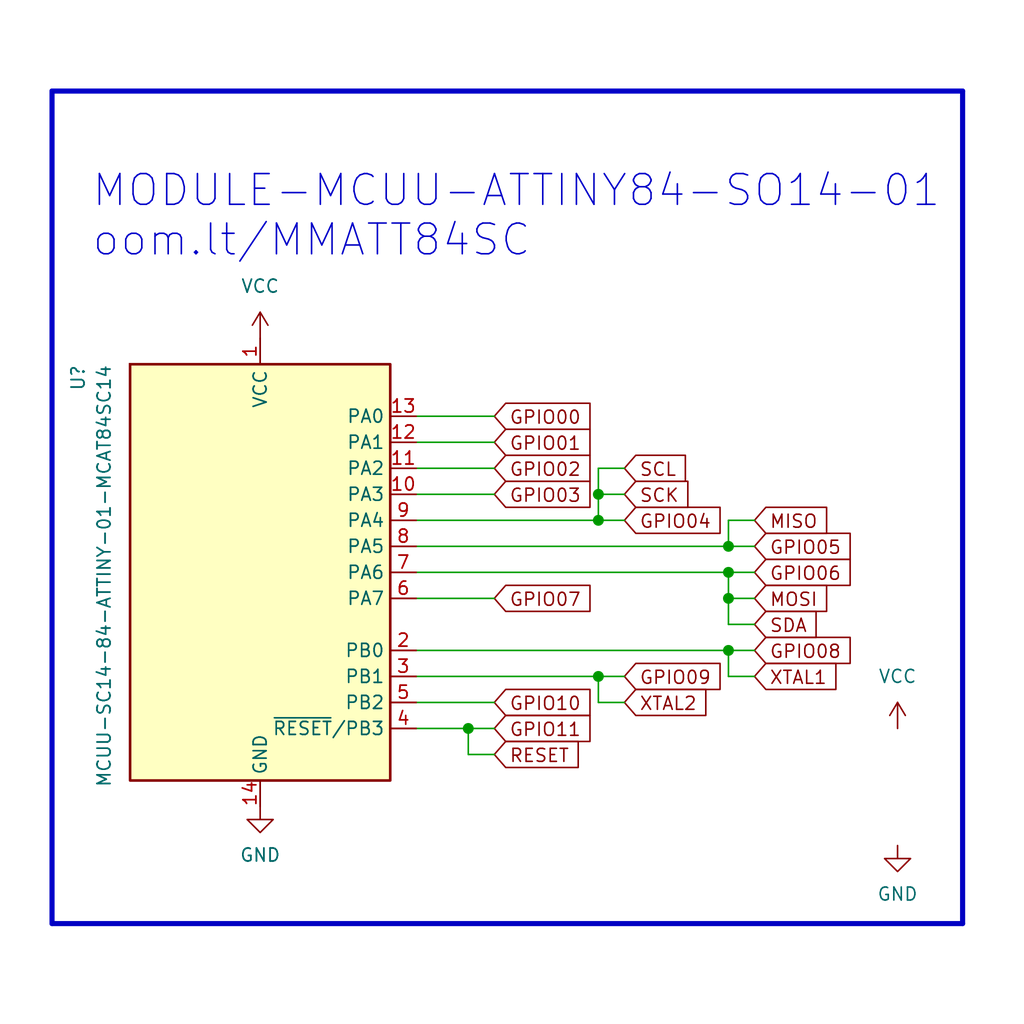
<source format=kicad_sch>
(kicad_sch (version 20211123) (generator eeschema)
  (paper "User" 99.9998 99.9998)
  (lib_symbols
    (symbol "oomlout_OOMP_parts:MCUU-SC14-84-ATTINY-01-MCAT84SC14"
      (property "Reference" "U" (at -12.7 21.59 0))
      (property "Value" "MCUU-SC14-84-ATTINY-01-MCAT84SC14" (at 2.54 -21.59 0))
      (symbol "MCUU-SC14-84-ATTINY-01-MCAT84SC14_0_1"
        (rectangle (start -12.7 -20.32) (end 12.7 20.32) (stroke (width 0.254)) (fill (type background)))
      )
      (symbol "MCUU-SC14-84-ATTINY-01-MCAT84SC14_1_1"
        (pin power_in line (at 0 22.86 270) (length 2.54) (name "VCC") (number "1"))
        (pin bidirectional line (at 15.24 7.62 180) (length 2.54) (name "PA3") (number "10"))
        (pin bidirectional line (at 15.24 10.16 180) (length 2.54) (name "PA2") (number "11"))
        (pin bidirectional line (at 15.24 12.7 180) (length 2.54) (name "PA1") (number "12"))
        (pin bidirectional line (at 15.24 15.24 180) (length 2.54) (name "PA0") (number "13"))
        (pin power_in line (at 0 -22.86 90) (length 2.54) (name "GND") (number "14"))
        (pin bidirectional line (at 15.24 -7.62 180) (length 2.54) (name "PB0") (number "2"))
        (pin bidirectional line (at 15.24 -10.16 180) (length 2.54) (name "PB1") (number "3"))
        (pin bidirectional line (at 15.24 -15.24 180) (length 2.54) (name "~{RESET}/PB3") (number "4"))
        (pin bidirectional line (at 15.24 -12.7 180) (length 2.54) (name "PB2") (number "5"))
        (pin bidirectional line (at 15.24 -2.54 180) (length 2.54) (name "PA7") (number "6"))
        (pin bidirectional line (at 15.24 0 180) (length 2.54) (name "PA6") (number "7"))
        (pin bidirectional line (at 15.24 2.54 180) (length 2.54) (name "PA5") (number "8"))
        (pin bidirectional line (at 15.24 5.08 180) (length 2.54) (name "PA4") (number "9"))
      )
    )
    (symbol "power:GND" (power) (pin_names (offset 0))
      (property "Value" "GND" (at 0 -3.81 0))
      (symbol "GND_0_1"
        (polyline (pts (xy 0 0) (xy 0 -1.27) (xy 1.27 -1.27) (xy 0 -2.54) (xy -1.27 -1.27) (xy 0 -1.27)))
      )
      (symbol "GND_1_1"
        (pin power_in line (at 0 0 270) (length 0) hide (name "GND") (number "1"))
      )
    )
    (symbol "power:VCC" (power) (pin_names (offset 0))
      (property "Value" "VCC" (at 0 3.81 0))
      (symbol "VCC_0_1"
        (polyline (pts (xy -0.762 1.27) (xy 0 2.54)))
        (polyline (pts (xy 0 0) (xy 0 2.54)))
        (polyline (pts (xy 0 2.54) (xy 0.762 1.27)))
      )
      (symbol "VCC_1_1"
        (pin power_in line (at 0 0 90) (length 0) hide (name "VCC") (number "1"))
      )
    )
  )
  (junction (at 58.42 66.04))
  (junction (at 71.12 63.5))
  (junction (at 45.72 71.12))
  (junction (at 58.42 48.26))
  (junction (at 71.12 55.88))
  (junction (at 58.42 50.8))
  (junction (at 71.12 53.34))
  (junction (at 71.12 58.42))
  (wire (pts (xy 58.42 48.26) (xy 58.42 50.8)))
  (wire (pts (xy 60.96 68.58) (xy 58.42 68.58)))
  (wire (pts (xy 58.42 66.04) (xy 60.96 66.04)))
  (wire (pts (xy 73.66 58.42) (xy 71.12 58.42)))
  (wire (pts (xy 45.72 71.12) (xy 48.26 71.12)))
  (wire (pts (xy 71.12 63.5) (xy 73.66 63.5)))
  (wire (pts (xy 71.12 55.88) (xy 73.66 55.88)))
  (wire (pts (xy 40.64 45.72) (xy 48.26 45.72)))
  (polyline (pts (xy 5.08 90.17) (xy 93.98 90.17)) (stroke (width 0.5) (type solid)))
  (wire (pts (xy 73.66 53.34) (xy 71.12 53.34)))
  (wire (pts (xy 71.12 50.8) (xy 73.66 50.8)))
  (polyline (pts (xy 5.08 8.89) (xy 5.08 90.17)) (stroke (width 0.5) (type solid)))
  (wire (pts (xy 71.12 58.42) (xy 71.12 55.88)))
  (polyline (pts (xy 5.08 8.89) (xy 93.98 8.89)) (stroke (width 0.5) (type solid)))
  (wire (pts (xy 48.26 73.66) (xy 45.72 73.66)))
  (wire (pts (xy 40.64 43.18) (xy 48.26 43.18)))
  (wire (pts (xy 60.96 48.26) (xy 58.42 48.26)))
  (wire (pts (xy 40.64 71.12) (xy 45.72 71.12)))
  (wire (pts (xy 45.72 71.12) (xy 45.72 73.66)))
  (wire (pts (xy 71.12 66.04) (xy 71.12 63.5)))
  (polyline (pts (xy 93.98 90.17) (xy 93.98 8.89)) (stroke (width 0.5) (type solid)))
  (wire (pts (xy 58.42 48.26) (xy 58.42 45.72)))
  (wire (pts (xy 71.12 60.96) (xy 73.66 60.96)))
  (wire (pts (xy 58.42 50.8) (xy 60.96 50.8)))
  (wire (pts (xy 40.64 40.64) (xy 48.26 40.64)))
  (wire (pts (xy 40.64 58.42) (xy 48.26 58.42)))
  (wire (pts (xy 40.64 50.8) (xy 58.42 50.8)))
  (wire (pts (xy 40.64 68.58) (xy 48.26 68.58)))
  (wire (pts (xy 71.12 53.34) (xy 71.12 50.8)))
  (wire (pts (xy 40.64 55.88) (xy 71.12 55.88)))
  (wire (pts (xy 40.64 48.26) (xy 48.26 48.26)))
  (wire (pts (xy 73.66 66.04) (xy 71.12 66.04)))
  (wire (pts (xy 40.64 53.34) (xy 71.12 53.34)))
  (wire (pts (xy 58.42 68.58) (xy 58.42 66.04)))
  (wire (pts (xy 40.64 66.04) (xy 58.42 66.04)))
  (wire (pts (xy 58.42 45.72) (xy 60.96 45.72)))
  (wire (pts (xy 40.64 63.5) (xy 71.12 63.5)))
  (wire (pts (xy 71.12 58.42) (xy 71.12 60.96)))
  (text "MODULE-MCUU-ATTINY84-SO14-01\noom.lt/MMATT84SC" (at 8.89 25.4 0) (effects (font (size 3 3)) (justify left bottom)))
  (global_label "SDA" (shape input) (at 73.66 60.96 0) (property "Intersheet References" "${INTERSHEET_REFS}" (effects hide)))
  (global_label "MOSI" (shape input) (at 73.66 58.42 0) (property "Intersheet References" "${INTERSHEET_REFS}" (effects hide)))
  (global_label "SCK" (shape input) (at 60.96 48.26 0) (property "Intersheet References" "${INTERSHEET_REFS}" (effects hide)))
  (global_label "GPIO08" (shape input) (at 73.66 63.5 0) (property "Intersheet References" "${INTERSHEET_REFS}" (effects hide)))
  (global_label "GPIO10" (shape input) (at 48.26 68.58 0) (property "Intersheet References" "${INTERSHEET_REFS}" (effects hide)))
  (global_label "GPIO07" (shape input) (at 48.26 58.42 0) (property "Intersheet References" "${INTERSHEET_REFS}" (effects hide)))
  (global_label "XTAL1" (shape input) (at 73.66 66.04 0) (property "Intersheet References" "${INTERSHEET_REFS}" (effects hide)))
  (global_label "GPIO11" (shape input) (at 48.26 71.12 0) (property "Intersheet References" "${INTERSHEET_REFS}" (effects hide)))
  (global_label "GPIO02" (shape input) (at 48.26 45.72 0) (property "Intersheet References" "${INTERSHEET_REFS}" (effects hide)))
  (global_label "GPIO06" (shape input) (at 73.66 55.88 0) (property "Intersheet References" "${INTERSHEET_REFS}" (effects hide)))
  (global_label "GPIO05" (shape input) (at 73.66 53.34 0) (property "Intersheet References" "${INTERSHEET_REFS}" (effects hide)))
  (global_label "SCL" (shape input) (at 60.96 45.72 0) (property "Intersheet References" "${INTERSHEET_REFS}" (effects hide)))
  (global_label "RESET" (shape input) (at 48.26 73.66 0) (property "Intersheet References" "${INTERSHEET_REFS}" (effects hide)))
  (global_label "GPIO04" (shape input) (at 60.96 50.8 0) (property "Intersheet References" "${INTERSHEET_REFS}" (effects hide)))
  (global_label "XTAL2" (shape input) (at 60.96 68.58 0) (property "Intersheet References" "${INTERSHEET_REFS}" (effects hide)))
  (global_label "MISO" (shape input) (at 73.66 50.8 0) (property "Intersheet References" "${INTERSHEET_REFS}" (effects hide)))
  (global_label "GPIO01" (shape input) (at 48.26 43.18 0) (property "Intersheet References" "${INTERSHEET_REFS}" (effects hide)))
  (global_label "GPIO00" (shape input) (at 48.26 40.64 0) (property "Intersheet References" "${INTERSHEET_REFS}" (effects hide)))
  (global_label "GPIO09" (shape input) (at 60.96 66.04 0) (property "Intersheet References" "${INTERSHEET_REFS}" (effects hide)))
  (global_label "GPIO03" (shape input) (at 48.26 48.26 0) (property "Intersheet References" "${INTERSHEET_REFS}" (effects hide)))
  (symbol (lib_id "power:VCC") (at 25.4 33.02 0) (unit 1)
    (property "Reference" "#PWR?" (effects hide))
    (property "Value" "VCC" (at 25.4 27.94 0))
  )
  (symbol (lib_id "power:GND") (at 87.63 82.55 0) (unit 1)
    (property "Reference" "#PWR?" (effects hide))
    (property "Value" "GND" (at 87.63 87.2903 0))
  )
  (symbol (lib_id "oomlout_OOMP_parts:MCUU-SC14-84-ATTINY-01-MCAT84SC14") (at 25.4 55.88 0) (unit 1)
    (property "Reference" "U?" (at 7.62 35.56 90) (effects (justify right)))
    (property "Value" "MCUU-SC14-84-ATTINY-01-MCAT84SC14" (at 10.16 35.56 90) (effects (justify right)))
    (property "Footprint" "oomlout_OOMP_parts:MCUU-SC14-84-ATTINY-01-MCAT84SC14" (effects hide))
    (property "Datasheet" "oom.lt/MCAT84SC14" (effects hide))
  )
  (symbol (lib_id "power:VCC") (at 87.63 71.12 0) (unit 1)
    (property "Reference" "#PWR?" (effects hide))
    (property "Value" "VCC" (at 87.63 66.04 0))
  )
  (symbol (lib_id "power:GND") (at 25.4 78.74 0) (unit 1)
    (property "Reference" "#PWR?" (effects hide))
    (property "Value" "GND" (at 25.4 83.4803 0))
  )
)
</source>
